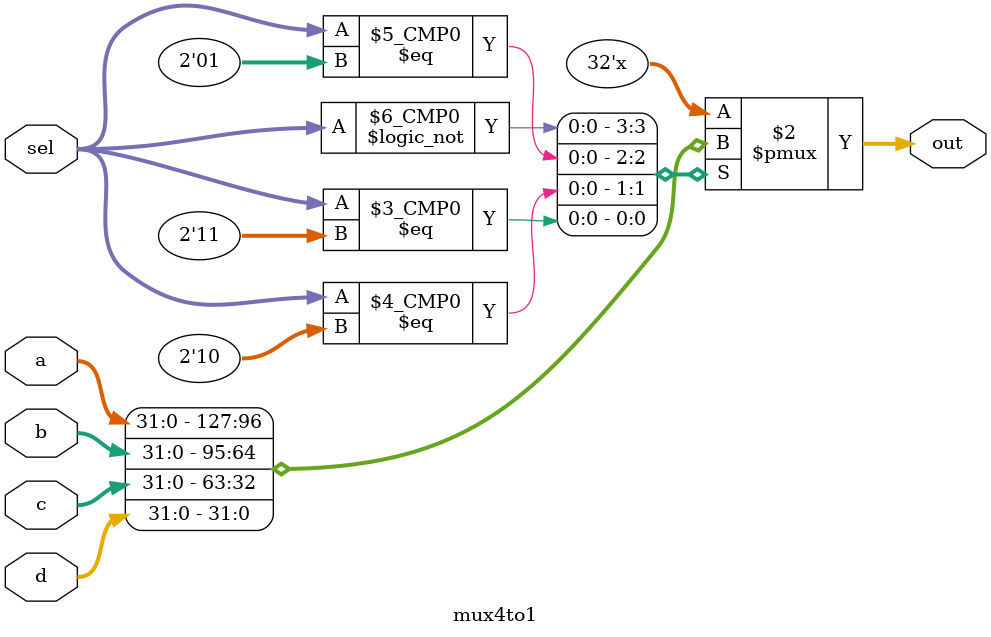
<source format=v>
module mux4to1 #(parameter WIDTH = 32) (
    input [WIDTH-1:0] a,
    input [WIDTH-1:0] b,
    input [WIDTH-1:0] c,
    input [WIDTH-1:0] d,
    input [1:0] sel,
    output reg [WIDTH-1:0] out
);

always @(*) begin
    case(sel)
        2'b00: out = a;
        2'b01: out = b;
        2'b10: out = c;
        2'b11: out = d;
        default: out = {WIDTH{1'bx}};
    endcase
end
endmodule
</source>
